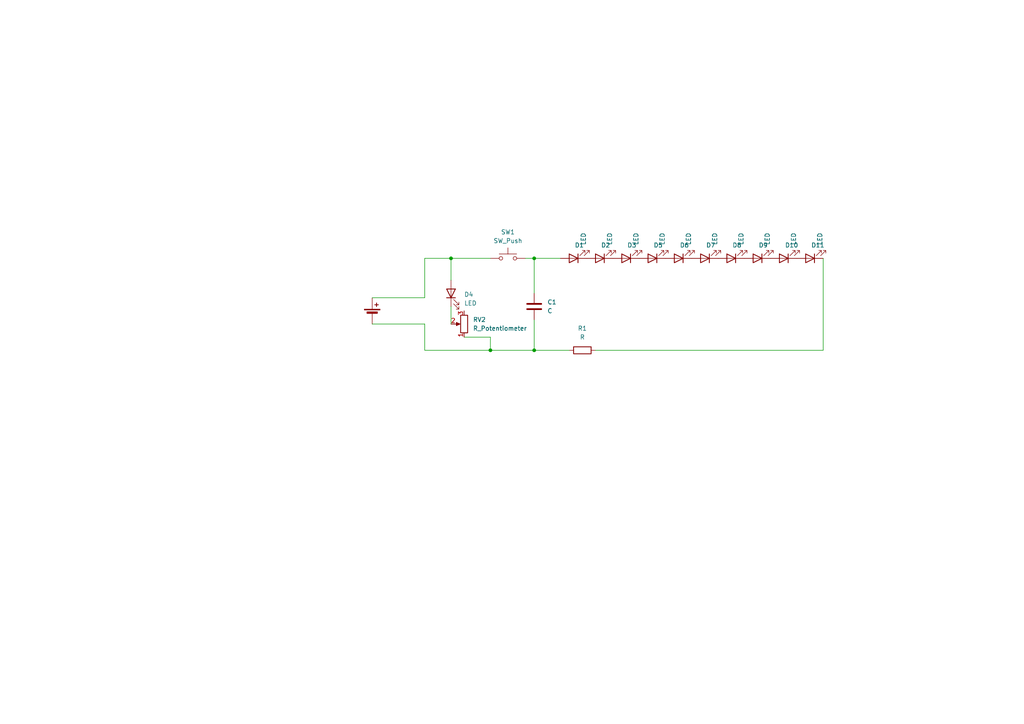
<source format=kicad_sch>
(kicad_sch
	(version 20250114)
	(generator "eeschema")
	(generator_version "9.0")
	(uuid "391ebee1-4319-49a6-b974-41465ffca26d")
	(paper "A4")
	(lib_symbols
		(symbol "Device:Battery_Cell"
			(pin_numbers
				(hide yes)
			)
			(pin_names
				(offset 0)
				(hide yes)
			)
			(exclude_from_sim no)
			(in_bom yes)
			(on_board yes)
			(property "Reference" "BT"
				(at 2.54 2.54 0)
				(effects
					(font
						(size 1.27 1.27)
					)
					(justify left)
				)
			)
			(property "Value" "Battery_Cell"
				(at 2.54 0 0)
				(effects
					(font
						(size 1.27 1.27)
					)
					(justify left)
				)
			)
			(property "Footprint" ""
				(at 0 1.524 90)
				(effects
					(font
						(size 1.27 1.27)
					)
					(hide yes)
				)
			)
			(property "Datasheet" "~"
				(at 0 1.524 90)
				(effects
					(font
						(size 1.27 1.27)
					)
					(hide yes)
				)
			)
			(property "Description" "Single-cell battery"
				(at 0 0 0)
				(effects
					(font
						(size 1.27 1.27)
					)
					(hide yes)
				)
			)
			(property "ki_keywords" "battery cell"
				(at 0 0 0)
				(effects
					(font
						(size 1.27 1.27)
					)
					(hide yes)
				)
			)
			(symbol "Battery_Cell_0_1"
				(rectangle
					(start -2.286 1.778)
					(end 2.286 1.524)
					(stroke
						(width 0)
						(type default)
					)
					(fill
						(type outline)
					)
				)
				(rectangle
					(start -1.524 1.016)
					(end 1.524 0.508)
					(stroke
						(width 0)
						(type default)
					)
					(fill
						(type outline)
					)
				)
				(polyline
					(pts
						(xy 0 1.778) (xy 0 2.54)
					)
					(stroke
						(width 0)
						(type default)
					)
					(fill
						(type none)
					)
				)
				(polyline
					(pts
						(xy 0 0.762) (xy 0 0)
					)
					(stroke
						(width 0)
						(type default)
					)
					(fill
						(type none)
					)
				)
				(polyline
					(pts
						(xy 0.762 3.048) (xy 1.778 3.048)
					)
					(stroke
						(width 0.254)
						(type default)
					)
					(fill
						(type none)
					)
				)
				(polyline
					(pts
						(xy 1.27 3.556) (xy 1.27 2.54)
					)
					(stroke
						(width 0.254)
						(type default)
					)
					(fill
						(type none)
					)
				)
			)
			(symbol "Battery_Cell_1_1"
				(pin passive line
					(at 0 5.08 270)
					(length 2.54)
					(name "+"
						(effects
							(font
								(size 1.27 1.27)
							)
						)
					)
					(number "1"
						(effects
							(font
								(size 1.27 1.27)
							)
						)
					)
				)
				(pin passive line
					(at 0 -2.54 90)
					(length 2.54)
					(name "-"
						(effects
							(font
								(size 1.27 1.27)
							)
						)
					)
					(number "2"
						(effects
							(font
								(size 1.27 1.27)
							)
						)
					)
				)
			)
			(embedded_fonts no)
		)
		(symbol "Device:C"
			(pin_numbers
				(hide yes)
			)
			(pin_names
				(offset 0.254)
			)
			(exclude_from_sim no)
			(in_bom yes)
			(on_board yes)
			(property "Reference" "C"
				(at 0.635 2.54 0)
				(effects
					(font
						(size 1.27 1.27)
					)
					(justify left)
				)
			)
			(property "Value" "C"
				(at 0.635 -2.54 0)
				(effects
					(font
						(size 1.27 1.27)
					)
					(justify left)
				)
			)
			(property "Footprint" ""
				(at 0.9652 -3.81 0)
				(effects
					(font
						(size 1.27 1.27)
					)
					(hide yes)
				)
			)
			(property "Datasheet" "~"
				(at 0 0 0)
				(effects
					(font
						(size 1.27 1.27)
					)
					(hide yes)
				)
			)
			(property "Description" "Unpolarized capacitor"
				(at 0 0 0)
				(effects
					(font
						(size 1.27 1.27)
					)
					(hide yes)
				)
			)
			(property "ki_keywords" "cap capacitor"
				(at 0 0 0)
				(effects
					(font
						(size 1.27 1.27)
					)
					(hide yes)
				)
			)
			(property "ki_fp_filters" "C_*"
				(at 0 0 0)
				(effects
					(font
						(size 1.27 1.27)
					)
					(hide yes)
				)
			)
			(symbol "C_0_1"
				(polyline
					(pts
						(xy -2.032 0.762) (xy 2.032 0.762)
					)
					(stroke
						(width 0.508)
						(type default)
					)
					(fill
						(type none)
					)
				)
				(polyline
					(pts
						(xy -2.032 -0.762) (xy 2.032 -0.762)
					)
					(stroke
						(width 0.508)
						(type default)
					)
					(fill
						(type none)
					)
				)
			)
			(symbol "C_1_1"
				(pin passive line
					(at 0 3.81 270)
					(length 2.794)
					(name "~"
						(effects
							(font
								(size 1.27 1.27)
							)
						)
					)
					(number "1"
						(effects
							(font
								(size 1.27 1.27)
							)
						)
					)
				)
				(pin passive line
					(at 0 -3.81 90)
					(length 2.794)
					(name "~"
						(effects
							(font
								(size 1.27 1.27)
							)
						)
					)
					(number "2"
						(effects
							(font
								(size 1.27 1.27)
							)
						)
					)
				)
			)
			(embedded_fonts no)
		)
		(symbol "Device:LED"
			(pin_numbers
				(hide yes)
			)
			(pin_names
				(offset 1.016)
				(hide yes)
			)
			(exclude_from_sim no)
			(in_bom yes)
			(on_board yes)
			(property "Reference" "D"
				(at 0 2.54 0)
				(effects
					(font
						(size 1.27 1.27)
					)
				)
			)
			(property "Value" "LED"
				(at 0 -2.54 0)
				(effects
					(font
						(size 1.27 1.27)
					)
				)
			)
			(property "Footprint" ""
				(at 0 0 0)
				(effects
					(font
						(size 1.27 1.27)
					)
					(hide yes)
				)
			)
			(property "Datasheet" "~"
				(at 0 0 0)
				(effects
					(font
						(size 1.27 1.27)
					)
					(hide yes)
				)
			)
			(property "Description" "Light emitting diode"
				(at 0 0 0)
				(effects
					(font
						(size 1.27 1.27)
					)
					(hide yes)
				)
			)
			(property "Sim.Pins" "1=K 2=A"
				(at 0 0 0)
				(effects
					(font
						(size 1.27 1.27)
					)
					(hide yes)
				)
			)
			(property "ki_keywords" "LED diode"
				(at 0 0 0)
				(effects
					(font
						(size 1.27 1.27)
					)
					(hide yes)
				)
			)
			(property "ki_fp_filters" "LED* LED_SMD:* LED_THT:*"
				(at 0 0 0)
				(effects
					(font
						(size 1.27 1.27)
					)
					(hide yes)
				)
			)
			(symbol "LED_0_1"
				(polyline
					(pts
						(xy -3.048 -0.762) (xy -4.572 -2.286) (xy -3.81 -2.286) (xy -4.572 -2.286) (xy -4.572 -1.524)
					)
					(stroke
						(width 0)
						(type default)
					)
					(fill
						(type none)
					)
				)
				(polyline
					(pts
						(xy -1.778 -0.762) (xy -3.302 -2.286) (xy -2.54 -2.286) (xy -3.302 -2.286) (xy -3.302 -1.524)
					)
					(stroke
						(width 0)
						(type default)
					)
					(fill
						(type none)
					)
				)
				(polyline
					(pts
						(xy -1.27 0) (xy 1.27 0)
					)
					(stroke
						(width 0)
						(type default)
					)
					(fill
						(type none)
					)
				)
				(polyline
					(pts
						(xy -1.27 -1.27) (xy -1.27 1.27)
					)
					(stroke
						(width 0.254)
						(type default)
					)
					(fill
						(type none)
					)
				)
				(polyline
					(pts
						(xy 1.27 -1.27) (xy 1.27 1.27) (xy -1.27 0) (xy 1.27 -1.27)
					)
					(stroke
						(width 0.254)
						(type default)
					)
					(fill
						(type none)
					)
				)
			)
			(symbol "LED_1_1"
				(pin passive line
					(at -3.81 0 0)
					(length 2.54)
					(name "K"
						(effects
							(font
								(size 1.27 1.27)
							)
						)
					)
					(number "1"
						(effects
							(font
								(size 1.27 1.27)
							)
						)
					)
				)
				(pin passive line
					(at 3.81 0 180)
					(length 2.54)
					(name "A"
						(effects
							(font
								(size 1.27 1.27)
							)
						)
					)
					(number "2"
						(effects
							(font
								(size 1.27 1.27)
							)
						)
					)
				)
			)
			(embedded_fonts no)
		)
		(symbol "Device:R"
			(pin_numbers
				(hide yes)
			)
			(pin_names
				(offset 0)
			)
			(exclude_from_sim no)
			(in_bom yes)
			(on_board yes)
			(property "Reference" "R"
				(at 2.032 0 90)
				(effects
					(font
						(size 1.27 1.27)
					)
				)
			)
			(property "Value" "R"
				(at 0 0 90)
				(effects
					(font
						(size 1.27 1.27)
					)
				)
			)
			(property "Footprint" ""
				(at -1.778 0 90)
				(effects
					(font
						(size 1.27 1.27)
					)
					(hide yes)
				)
			)
			(property "Datasheet" "~"
				(at 0 0 0)
				(effects
					(font
						(size 1.27 1.27)
					)
					(hide yes)
				)
			)
			(property "Description" "Resistor"
				(at 0 0 0)
				(effects
					(font
						(size 1.27 1.27)
					)
					(hide yes)
				)
			)
			(property "ki_keywords" "R res resistor"
				(at 0 0 0)
				(effects
					(font
						(size 1.27 1.27)
					)
					(hide yes)
				)
			)
			(property "ki_fp_filters" "R_*"
				(at 0 0 0)
				(effects
					(font
						(size 1.27 1.27)
					)
					(hide yes)
				)
			)
			(symbol "R_0_1"
				(rectangle
					(start -1.016 -2.54)
					(end 1.016 2.54)
					(stroke
						(width 0.254)
						(type default)
					)
					(fill
						(type none)
					)
				)
			)
			(symbol "R_1_1"
				(pin passive line
					(at 0 3.81 270)
					(length 1.27)
					(name "~"
						(effects
							(font
								(size 1.27 1.27)
							)
						)
					)
					(number "1"
						(effects
							(font
								(size 1.27 1.27)
							)
						)
					)
				)
				(pin passive line
					(at 0 -3.81 90)
					(length 1.27)
					(name "~"
						(effects
							(font
								(size 1.27 1.27)
							)
						)
					)
					(number "2"
						(effects
							(font
								(size 1.27 1.27)
							)
						)
					)
				)
			)
			(embedded_fonts no)
		)
		(symbol "Device:R_Potentiometer"
			(pin_names
				(offset 1.016)
				(hide yes)
			)
			(exclude_from_sim no)
			(in_bom yes)
			(on_board yes)
			(property "Reference" "RV"
				(at -4.445 0 90)
				(effects
					(font
						(size 1.27 1.27)
					)
				)
			)
			(property "Value" "R_Potentiometer"
				(at -2.54 0 90)
				(effects
					(font
						(size 1.27 1.27)
					)
				)
			)
			(property "Footprint" ""
				(at 0 0 0)
				(effects
					(font
						(size 1.27 1.27)
					)
					(hide yes)
				)
			)
			(property "Datasheet" "~"
				(at 0 0 0)
				(effects
					(font
						(size 1.27 1.27)
					)
					(hide yes)
				)
			)
			(property "Description" "Potentiometer"
				(at 0 0 0)
				(effects
					(font
						(size 1.27 1.27)
					)
					(hide yes)
				)
			)
			(property "ki_keywords" "resistor variable"
				(at 0 0 0)
				(effects
					(font
						(size 1.27 1.27)
					)
					(hide yes)
				)
			)
			(property "ki_fp_filters" "Potentiometer*"
				(at 0 0 0)
				(effects
					(font
						(size 1.27 1.27)
					)
					(hide yes)
				)
			)
			(symbol "R_Potentiometer_0_1"
				(rectangle
					(start 1.016 2.54)
					(end -1.016 -2.54)
					(stroke
						(width 0.254)
						(type default)
					)
					(fill
						(type none)
					)
				)
				(polyline
					(pts
						(xy 1.143 0) (xy 2.286 0.508) (xy 2.286 -0.508) (xy 1.143 0)
					)
					(stroke
						(width 0)
						(type default)
					)
					(fill
						(type outline)
					)
				)
				(polyline
					(pts
						(xy 2.54 0) (xy 1.524 0)
					)
					(stroke
						(width 0)
						(type default)
					)
					(fill
						(type none)
					)
				)
			)
			(symbol "R_Potentiometer_1_1"
				(pin passive line
					(at 0 3.81 270)
					(length 1.27)
					(name "1"
						(effects
							(font
								(size 1.27 1.27)
							)
						)
					)
					(number "1"
						(effects
							(font
								(size 1.27 1.27)
							)
						)
					)
				)
				(pin passive line
					(at 0 -3.81 90)
					(length 1.27)
					(name "3"
						(effects
							(font
								(size 1.27 1.27)
							)
						)
					)
					(number "3"
						(effects
							(font
								(size 1.27 1.27)
							)
						)
					)
				)
				(pin passive line
					(at 3.81 0 180)
					(length 1.27)
					(name "2"
						(effects
							(font
								(size 1.27 1.27)
							)
						)
					)
					(number "2"
						(effects
							(font
								(size 1.27 1.27)
							)
						)
					)
				)
			)
			(embedded_fonts no)
		)
		(symbol "Switch:SW_Push"
			(pin_numbers
				(hide yes)
			)
			(pin_names
				(offset 1.016)
				(hide yes)
			)
			(exclude_from_sim no)
			(in_bom yes)
			(on_board yes)
			(property "Reference" "SW"
				(at 1.27 2.54 0)
				(effects
					(font
						(size 1.27 1.27)
					)
					(justify left)
				)
			)
			(property "Value" "SW_Push"
				(at 0 -1.524 0)
				(effects
					(font
						(size 1.27 1.27)
					)
				)
			)
			(property "Footprint" ""
				(at 0 5.08 0)
				(effects
					(font
						(size 1.27 1.27)
					)
					(hide yes)
				)
			)
			(property "Datasheet" "~"
				(at 0 5.08 0)
				(effects
					(font
						(size 1.27 1.27)
					)
					(hide yes)
				)
			)
			(property "Description" "Push button switch, generic, two pins"
				(at 0 0 0)
				(effects
					(font
						(size 1.27 1.27)
					)
					(hide yes)
				)
			)
			(property "ki_keywords" "switch normally-open pushbutton push-button"
				(at 0 0 0)
				(effects
					(font
						(size 1.27 1.27)
					)
					(hide yes)
				)
			)
			(symbol "SW_Push_0_1"
				(circle
					(center -2.032 0)
					(radius 0.508)
					(stroke
						(width 0)
						(type default)
					)
					(fill
						(type none)
					)
				)
				(polyline
					(pts
						(xy 0 1.27) (xy 0 3.048)
					)
					(stroke
						(width 0)
						(type default)
					)
					(fill
						(type none)
					)
				)
				(circle
					(center 2.032 0)
					(radius 0.508)
					(stroke
						(width 0)
						(type default)
					)
					(fill
						(type none)
					)
				)
				(polyline
					(pts
						(xy 2.54 1.27) (xy -2.54 1.27)
					)
					(stroke
						(width 0)
						(type default)
					)
					(fill
						(type none)
					)
				)
				(pin passive line
					(at -5.08 0 0)
					(length 2.54)
					(name "1"
						(effects
							(font
								(size 1.27 1.27)
							)
						)
					)
					(number "1"
						(effects
							(font
								(size 1.27 1.27)
							)
						)
					)
				)
				(pin passive line
					(at 5.08 0 180)
					(length 2.54)
					(name "2"
						(effects
							(font
								(size 1.27 1.27)
							)
						)
					)
					(number "2"
						(effects
							(font
								(size 1.27 1.27)
							)
						)
					)
				)
			)
			(embedded_fonts no)
		)
	)
	(junction
		(at 154.94 101.6)
		(diameter 0)
		(color 0 0 0 0)
		(uuid "481fa7ad-9918-4d06-b0ef-3f6ffe699334")
	)
	(junction
		(at 130.81 74.93)
		(diameter 0)
		(color 0 0 0 0)
		(uuid "84babb9b-06d5-41d7-a24f-99c7f53c35dc")
	)
	(junction
		(at 142.24 101.6)
		(diameter 0)
		(color 0 0 0 0)
		(uuid "c7a23d16-aa98-4c7c-b764-c6b121367ade")
	)
	(junction
		(at 154.94 74.93)
		(diameter 0)
		(color 0 0 0 0)
		(uuid "ef199d80-37ed-4ce8-b77c-c847b7bb4df6")
	)
	(wire
		(pts
			(xy 130.81 88.9) (xy 130.81 93.98)
		)
		(stroke
			(width 0)
			(type default)
		)
		(uuid "2b786571-33de-4a41-ac22-7848e5b5ac4c")
	)
	(wire
		(pts
			(xy 154.94 92.71) (xy 154.94 101.6)
		)
		(stroke
			(width 0)
			(type default)
		)
		(uuid "2cab2a5c-9a6c-4bee-9a47-6ee87c301048")
	)
	(wire
		(pts
			(xy 107.95 86.36) (xy 123.19 86.36)
		)
		(stroke
			(width 0)
			(type default)
		)
		(uuid "2f1a66dc-71a7-44d8-8616-e42841d033da")
	)
	(wire
		(pts
			(xy 142.24 101.6) (xy 123.19 101.6)
		)
		(stroke
			(width 0)
			(type default)
		)
		(uuid "3578a25e-f080-4a66-9455-6798890fb764")
	)
	(wire
		(pts
			(xy 107.95 93.98) (xy 123.19 93.98)
		)
		(stroke
			(width 0)
			(type default)
		)
		(uuid "35fea39d-6140-47b6-b037-c0e8e454b33d")
	)
	(wire
		(pts
			(xy 172.72 101.6) (xy 238.76 101.6)
		)
		(stroke
			(width 0)
			(type default)
		)
		(uuid "418d27bc-3261-4c57-8b9e-d42567921e61")
	)
	(wire
		(pts
			(xy 238.76 101.6) (xy 238.76 74.93)
		)
		(stroke
			(width 0)
			(type default)
		)
		(uuid "47ccd726-fd8c-4fff-a5e7-025faee8b344")
	)
	(wire
		(pts
			(xy 152.4 74.93) (xy 154.94 74.93)
		)
		(stroke
			(width 0)
			(type default)
		)
		(uuid "501ab121-c9e3-4c63-aefb-5ab3e775a0ea")
	)
	(wire
		(pts
			(xy 123.19 74.93) (xy 123.19 86.36)
		)
		(stroke
			(width 0)
			(type default)
		)
		(uuid "7dafead7-e027-4dd9-9165-f0b5cbfb9541")
	)
	(wire
		(pts
			(xy 154.94 74.93) (xy 162.56 74.93)
		)
		(stroke
			(width 0)
			(type default)
		)
		(uuid "84eb9d1a-5326-416a-bf3b-363741aeb1f0")
	)
	(wire
		(pts
			(xy 142.24 97.79) (xy 134.62 97.79)
		)
		(stroke
			(width 0)
			(type default)
		)
		(uuid "9bc159f6-4869-4ee9-b232-d99885d013e2")
	)
	(wire
		(pts
			(xy 123.19 74.93) (xy 130.81 74.93)
		)
		(stroke
			(width 0)
			(type default)
		)
		(uuid "b0dee580-c89d-4fb4-9528-c5a65495d088")
	)
	(wire
		(pts
			(xy 123.19 101.6) (xy 123.19 93.98)
		)
		(stroke
			(width 0)
			(type default)
		)
		(uuid "c407bec0-0d29-424c-9d56-183338eb522a")
	)
	(wire
		(pts
			(xy 154.94 101.6) (xy 142.24 101.6)
		)
		(stroke
			(width 0)
			(type default)
		)
		(uuid "c58392fd-1270-409a-b609-6e8c0484bb6d")
	)
	(wire
		(pts
			(xy 154.94 85.09) (xy 154.94 74.93)
		)
		(stroke
			(width 0)
			(type default)
		)
		(uuid "d2a997f7-e793-4d54-bd86-ed63d603b09c")
	)
	(wire
		(pts
			(xy 130.81 74.93) (xy 130.81 81.28)
		)
		(stroke
			(width 0)
			(type default)
		)
		(uuid "d2f6e5f1-f9ab-4ef2-ac39-4c27228c54c3")
	)
	(wire
		(pts
			(xy 130.81 74.93) (xy 142.24 74.93)
		)
		(stroke
			(width 0)
			(type default)
		)
		(uuid "dbe806d1-b9dc-469a-99c0-2b52bcb0cef3")
	)
	(wire
		(pts
			(xy 165.1 101.6) (xy 154.94 101.6)
		)
		(stroke
			(width 0)
			(type default)
		)
		(uuid "fc9e7f59-ce2e-4f7c-910c-04a044e3984e")
	)
	(wire
		(pts
			(xy 142.24 97.79) (xy 142.24 101.6)
		)
		(stroke
			(width 0)
			(type default)
		)
		(uuid "fdb78ac2-6958-4fc2-b624-5a7627a968af")
	)
	(symbol
		(lib_id "Device:Battery_Cell")
		(at 107.95 91.44 0)
		(unit 1)
		(exclude_from_sim no)
		(in_bom yes)
		(on_board yes)
		(dnp no)
		(uuid "035b1769-6a83-4c92-afb3-f1c1c6fa3827")
		(property "Reference" "BT1"
			(at 111.76 88.3284 0)
			(effects
				(font
					(size 1.27 1.27)
				)
				(justify left)
				(hide yes)
			)
		)
		(property "Value" "Battery_Cell"
			(at 113.538 96.774 0)
			(effects
				(font
					(size 1.27 1.27)
				)
				(justify left)
				(hide yes)
			)
		)
		(property "Footprint" "Battery:BatteryHolder_Keystone_3034_1x20mm"
			(at 107.95 89.916 90)
			(effects
				(font
					(size 1.27 1.27)
				)
				(hide yes)
			)
		)
		(property "Datasheet" "~"
			(at 107.95 89.916 90)
			(effects
				(font
					(size 1.27 1.27)
				)
				(hide yes)
			)
		)
		(property "Description" "Single-cell battery"
			(at 107.95 91.44 0)
			(effects
				(font
					(size 1.27 1.27)
				)
				(hide yes)
			)
		)
		(pin "2"
			(uuid "818f2478-f7c4-4280-9926-433585dfc3fd")
		)
		(pin "1"
			(uuid "46ea19ae-bd00-48ba-afae-2ed89688cbba")
		)
		(instances
			(project ""
				(path "/391ebee1-4319-49a6-b974-41465ffca26d"
					(reference "BT1")
					(unit 1)
				)
			)
		)
	)
	(symbol
		(lib_id "Device:LED")
		(at 173.99 74.93 180)
		(unit 1)
		(exclude_from_sim no)
		(in_bom yes)
		(on_board yes)
		(dnp no)
		(uuid "25b29ae4-b4ef-4a65-918d-7d9e761b741e")
		(property "Reference" "D2"
			(at 174.3074 71.12 0)
			(effects
				(font
					(size 1.27 1.27)
				)
				(justify right)
			)
		)
		(property "Value" "LED"
			(at 176.8474 71.12 90)
			(effects
				(font
					(size 1.27 1.27)
				)
				(justify right)
			)
		)
		(property "Footprint" "LED_THT:LED_D5.0mm"
			(at 173.99 74.93 0)
			(effects
				(font
					(size 1.27 1.27)
				)
				(hide yes)
			)
		)
		(property "Datasheet" "~"
			(at 173.99 74.93 0)
			(effects
				(font
					(size 1.27 1.27)
				)
				(hide yes)
			)
		)
		(property "Description" "Light emitting diode"
			(at 173.99 74.93 0)
			(effects
				(font
					(size 1.27 1.27)
				)
				(hide yes)
			)
		)
		(property "Sim.Pins" "1=K 2=A"
			(at 173.99 74.93 0)
			(effects
				(font
					(size 1.27 1.27)
				)
				(hide yes)
			)
		)
		(pin "1"
			(uuid "e2f72ea3-2623-4373-9b32-a1256687f2c2")
		)
		(pin "2"
			(uuid "2ab8cdd8-b1e2-4169-a16a-02bb121c19ca")
		)
		(instances
			(project "project-solder"
				(path "/391ebee1-4319-49a6-b974-41465ffca26d"
					(reference "D2")
					(unit 1)
				)
			)
		)
	)
	(symbol
		(lib_id "Device:R_Potentiometer")
		(at 134.62 93.98 180)
		(unit 1)
		(exclude_from_sim no)
		(in_bom yes)
		(on_board yes)
		(dnp no)
		(fields_autoplaced yes)
		(uuid "2ef3471e-9a12-4227-b6b0-a31422dd47d7")
		(property "Reference" "RV2"
			(at 137.16 92.7099 0)
			(effects
				(font
					(size 1.27 1.27)
				)
				(justify right)
			)
		)
		(property "Value" "R_Potentiometer"
			(at 137.16 95.2499 0)
			(effects
				(font
					(size 1.27 1.27)
				)
				(justify right)
			)
		)
		(property "Footprint" "Potentiometer_THT:Potentiometer_Vishay_T73YP_Vertical"
			(at 134.62 93.98 0)
			(effects
				(font
					(size 1.27 1.27)
				)
				(hide yes)
			)
		)
		(property "Datasheet" "~"
			(at 134.62 93.98 0)
			(effects
				(font
					(size 1.27 1.27)
				)
				(hide yes)
			)
		)
		(property "Description" "Potentiometer"
			(at 134.62 93.98 0)
			(effects
				(font
					(size 1.27 1.27)
				)
				(hide yes)
			)
		)
		(pin "1"
			(uuid "a42890a4-a693-40cc-adab-93fd6e3c4418")
		)
		(pin "2"
			(uuid "538bf546-da30-4898-b37c-24dbd04c22b7")
		)
		(pin "3"
			(uuid "2db4ff44-4ccb-407f-9a54-1212c603e12f")
		)
		(instances
			(project "project-solder"
				(path "/391ebee1-4319-49a6-b974-41465ffca26d"
					(reference "RV2")
					(unit 1)
				)
			)
		)
	)
	(symbol
		(lib_id "Device:C")
		(at 154.94 88.9 0)
		(unit 1)
		(exclude_from_sim no)
		(in_bom yes)
		(on_board yes)
		(dnp no)
		(fields_autoplaced yes)
		(uuid "3dddd4ad-fc2e-4dd5-af1f-49ff2fab831c")
		(property "Reference" "C1"
			(at 158.75 87.6299 0)
			(effects
				(font
					(size 1.27 1.27)
				)
				(justify left)
			)
		)
		(property "Value" "C"
			(at 158.75 90.1699 0)
			(effects
				(font
					(size 1.27 1.27)
				)
				(justify left)
			)
		)
		(property "Footprint" "Capacitor_THT:CP_Radial_D8.0mm_P5.00mm"
			(at 155.9052 92.71 0)
			(effects
				(font
					(size 1.27 1.27)
				)
				(hide yes)
			)
		)
		(property "Datasheet" "~"
			(at 154.94 88.9 0)
			(effects
				(font
					(size 1.27 1.27)
				)
				(hide yes)
			)
		)
		(property "Description" "Unpolarized capacitor"
			(at 154.94 88.9 0)
			(effects
				(font
					(size 1.27 1.27)
				)
				(hide yes)
			)
		)
		(pin "2"
			(uuid "e3390406-484e-42b6-bb8b-9d9a1de3f2e8")
		)
		(pin "1"
			(uuid "edc2c8d6-91e3-4ff9-8ebd-c9336c436770")
		)
		(instances
			(project ""
				(path "/391ebee1-4319-49a6-b974-41465ffca26d"
					(reference "C1")
					(unit 1)
				)
			)
		)
	)
	(symbol
		(lib_id "Device:LED")
		(at 130.81 85.09 90)
		(unit 1)
		(exclude_from_sim no)
		(in_bom yes)
		(on_board yes)
		(dnp no)
		(fields_autoplaced yes)
		(uuid "7179bf79-611a-42e0-b012-60fd6bc1177b")
		(property "Reference" "D4"
			(at 134.62 85.4074 90)
			(effects
				(font
					(size 1.27 1.27)
				)
				(justify right)
			)
		)
		(property "Value" "LED"
			(at 134.62 87.9474 90)
			(effects
				(font
					(size 1.27 1.27)
				)
				(justify right)
			)
		)
		(property "Footprint" "LED_THT:LED_D5.0mm"
			(at 130.81 85.09 0)
			(effects
				(font
					(size 1.27 1.27)
				)
				(hide yes)
			)
		)
		(property "Datasheet" "~"
			(at 130.81 85.09 0)
			(effects
				(font
					(size 1.27 1.27)
				)
				(hide yes)
			)
		)
		(property "Description" "Light emitting diode"
			(at 130.81 85.09 0)
			(effects
				(font
					(size 1.27 1.27)
				)
				(hide yes)
			)
		)
		(property "Sim.Pins" "1=K 2=A"
			(at 130.81 85.09 0)
			(effects
				(font
					(size 1.27 1.27)
				)
				(hide yes)
			)
		)
		(pin "1"
			(uuid "ae8585c6-d660-4ee5-ba6d-e8902ef671ae")
		)
		(pin "2"
			(uuid "0defd30e-25c0-4526-8e82-9d1e71b9a725")
		)
		(instances
			(project ""
				(path "/391ebee1-4319-49a6-b974-41465ffca26d"
					(reference "D4")
					(unit 1)
				)
			)
		)
	)
	(symbol
		(lib_id "Device:LED")
		(at 219.71 74.93 180)
		(unit 1)
		(exclude_from_sim no)
		(in_bom yes)
		(on_board yes)
		(dnp no)
		(uuid "7f550d8f-94fd-45f0-bc59-994d7c465bdb")
		(property "Reference" "D9"
			(at 220.0274 71.12 0)
			(effects
				(font
					(size 1.27 1.27)
				)
				(justify right)
			)
		)
		(property "Value" "LED"
			(at 222.5674 71.12 90)
			(effects
				(font
					(size 1.27 1.27)
				)
				(justify right)
			)
		)
		(property "Footprint" "LED_THT:LED_D5.0mm"
			(at 219.71 74.93 0)
			(effects
				(font
					(size 1.27 1.27)
				)
				(hide yes)
			)
		)
		(property "Datasheet" "~"
			(at 219.71 74.93 0)
			(effects
				(font
					(size 1.27 1.27)
				)
				(hide yes)
			)
		)
		(property "Description" "Light emitting diode"
			(at 219.71 74.93 0)
			(effects
				(font
					(size 1.27 1.27)
				)
				(hide yes)
			)
		)
		(property "Sim.Pins" "1=K 2=A"
			(at 219.71 74.93 0)
			(effects
				(font
					(size 1.27 1.27)
				)
				(hide yes)
			)
		)
		(pin "1"
			(uuid "aea085ca-ea3f-479f-975c-1962425068f7")
		)
		(pin "2"
			(uuid "0dc538a7-37cc-4707-86aa-363d9250226f")
		)
		(instances
			(project "project-solder"
				(path "/391ebee1-4319-49a6-b974-41465ffca26d"
					(reference "D9")
					(unit 1)
				)
			)
		)
	)
	(symbol
		(lib_id "Device:LED")
		(at 196.85 74.93 180)
		(unit 1)
		(exclude_from_sim no)
		(in_bom yes)
		(on_board yes)
		(dnp no)
		(uuid "83c7577a-4210-4b2a-890f-293f4eba4312")
		(property "Reference" "D6"
			(at 197.1674 71.12 0)
			(effects
				(font
					(size 1.27 1.27)
				)
				(justify right)
			)
		)
		(property "Value" "LED"
			(at 199.7074 71.12 90)
			(effects
				(font
					(size 1.27 1.27)
				)
				(justify right)
			)
		)
		(property "Footprint" "LED_THT:LED_D5.0mm"
			(at 196.85 74.93 0)
			(effects
				(font
					(size 1.27 1.27)
				)
				(hide yes)
			)
		)
		(property "Datasheet" "~"
			(at 196.85 74.93 0)
			(effects
				(font
					(size 1.27 1.27)
				)
				(hide yes)
			)
		)
		(property "Description" "Light emitting diode"
			(at 196.85 74.93 0)
			(effects
				(font
					(size 1.27 1.27)
				)
				(hide yes)
			)
		)
		(property "Sim.Pins" "1=K 2=A"
			(at 196.85 74.93 0)
			(effects
				(font
					(size 1.27 1.27)
				)
				(hide yes)
			)
		)
		(pin "1"
			(uuid "27f3568c-0d38-4d6b-966f-5b797f2f400c")
		)
		(pin "2"
			(uuid "fd79ddb4-d075-4eb8-b35e-4ba73fd7fcb3")
		)
		(instances
			(project "project-solder"
				(path "/391ebee1-4319-49a6-b974-41465ffca26d"
					(reference "D6")
					(unit 1)
				)
			)
		)
	)
	(symbol
		(lib_id "Device:LED")
		(at 227.33 74.93 180)
		(unit 1)
		(exclude_from_sim no)
		(in_bom yes)
		(on_board yes)
		(dnp no)
		(uuid "922ebaeb-2ae0-419a-af45-da2095f0c6b6")
		(property "Reference" "D10"
			(at 227.6474 71.12 0)
			(effects
				(font
					(size 1.27 1.27)
				)
				(justify right)
			)
		)
		(property "Value" "LED"
			(at 230.1874 71.12 90)
			(effects
				(font
					(size 1.27 1.27)
				)
				(justify right)
			)
		)
		(property "Footprint" "LED_THT:LED_D5.0mm"
			(at 227.33 74.93 0)
			(effects
				(font
					(size 1.27 1.27)
				)
				(hide yes)
			)
		)
		(property "Datasheet" "~"
			(at 227.33 74.93 0)
			(effects
				(font
					(size 1.27 1.27)
				)
				(hide yes)
			)
		)
		(property "Description" "Light emitting diode"
			(at 227.33 74.93 0)
			(effects
				(font
					(size 1.27 1.27)
				)
				(hide yes)
			)
		)
		(property "Sim.Pins" "1=K 2=A"
			(at 227.33 74.93 0)
			(effects
				(font
					(size 1.27 1.27)
				)
				(hide yes)
			)
		)
		(pin "1"
			(uuid "2fe9a93f-76f2-4e52-96d5-4b29c764ca53")
		)
		(pin "2"
			(uuid "85a32cd1-2648-46f6-a3a3-2b174470b6fd")
		)
		(instances
			(project "project-solder"
				(path "/391ebee1-4319-49a6-b974-41465ffca26d"
					(reference "D10")
					(unit 1)
				)
			)
		)
	)
	(symbol
		(lib_id "Device:LED")
		(at 212.09 74.93 180)
		(unit 1)
		(exclude_from_sim no)
		(in_bom yes)
		(on_board yes)
		(dnp no)
		(uuid "a2559cd3-eedf-42ec-b885-b928f38e52f5")
		(property "Reference" "D8"
			(at 212.4074 71.12 0)
			(effects
				(font
					(size 1.27 1.27)
				)
				(justify right)
			)
		)
		(property "Value" "LED"
			(at 214.9474 71.12 90)
			(effects
				(font
					(size 1.27 1.27)
				)
				(justify right)
			)
		)
		(property "Footprint" "LED_THT:LED_D5.0mm"
			(at 212.09 74.93 0)
			(effects
				(font
					(size 1.27 1.27)
				)
				(hide yes)
			)
		)
		(property "Datasheet" "~"
			(at 212.09 74.93 0)
			(effects
				(font
					(size 1.27 1.27)
				)
				(hide yes)
			)
		)
		(property "Description" "Light emitting diode"
			(at 212.09 74.93 0)
			(effects
				(font
					(size 1.27 1.27)
				)
				(hide yes)
			)
		)
		(property "Sim.Pins" "1=K 2=A"
			(at 212.09 74.93 0)
			(effects
				(font
					(size 1.27 1.27)
				)
				(hide yes)
			)
		)
		(pin "1"
			(uuid "79fc8233-0dde-4fb9-a854-02ce3a4fdb7e")
		)
		(pin "2"
			(uuid "16ce2897-9920-4620-b6d1-feced4f1253b")
		)
		(instances
			(project "project-solder"
				(path "/391ebee1-4319-49a6-b974-41465ffca26d"
					(reference "D8")
					(unit 1)
				)
			)
		)
	)
	(symbol
		(lib_id "Switch:SW_Push")
		(at 147.32 74.93 0)
		(unit 1)
		(exclude_from_sim no)
		(in_bom yes)
		(on_board yes)
		(dnp no)
		(fields_autoplaced yes)
		(uuid "ae291c2e-ed6f-451f-98ad-a66b1dfefd66")
		(property "Reference" "SW1"
			(at 147.32 67.31 0)
			(effects
				(font
					(size 1.27 1.27)
				)
			)
		)
		(property "Value" "SW_Push"
			(at 147.32 69.85 0)
			(effects
				(font
					(size 1.27 1.27)
				)
			)
		)
		(property "Footprint" "Button_Switch_THT:SW_PUSH_6mm"
			(at 147.32 69.85 0)
			(effects
				(font
					(size 1.27 1.27)
				)
				(hide yes)
			)
		)
		(property "Datasheet" "~"
			(at 147.32 69.85 0)
			(effects
				(font
					(size 1.27 1.27)
				)
				(hide yes)
			)
		)
		(property "Description" "Push button switch, generic, two pins"
			(at 147.32 74.93 0)
			(effects
				(font
					(size 1.27 1.27)
				)
				(hide yes)
			)
		)
		(pin "1"
			(uuid "f7d7fe69-fe49-48d5-ae34-a2ca262ade7b")
		)
		(pin "2"
			(uuid "89cb15b2-a62b-499a-beea-960a422b6a4c")
		)
		(instances
			(project ""
				(path "/391ebee1-4319-49a6-b974-41465ffca26d"
					(reference "SW1")
					(unit 1)
				)
			)
		)
	)
	(symbol
		(lib_id "Device:LED")
		(at 189.23 74.93 180)
		(unit 1)
		(exclude_from_sim no)
		(in_bom yes)
		(on_board yes)
		(dnp no)
		(uuid "d9f724ec-8570-4088-9d19-14e60056f792")
		(property "Reference" "D5"
			(at 189.5474 71.12 0)
			(effects
				(font
					(size 1.27 1.27)
				)
				(justify right)
			)
		)
		(property "Value" "LED"
			(at 192.0874 71.12 90)
			(effects
				(font
					(size 1.27 1.27)
				)
				(justify right)
			)
		)
		(property "Footprint" "LED_THT:LED_D5.0mm"
			(at 189.23 74.93 0)
			(effects
				(font
					(size 1.27 1.27)
				)
				(hide yes)
			)
		)
		(property "Datasheet" "~"
			(at 189.23 74.93 0)
			(effects
				(font
					(size 1.27 1.27)
				)
				(hide yes)
			)
		)
		(property "Description" "Light emitting diode"
			(at 189.23 74.93 0)
			(effects
				(font
					(size 1.27 1.27)
				)
				(hide yes)
			)
		)
		(property "Sim.Pins" "1=K 2=A"
			(at 189.23 74.93 0)
			(effects
				(font
					(size 1.27 1.27)
				)
				(hide yes)
			)
		)
		(pin "1"
			(uuid "d78443db-76f9-4bd4-81ff-a348b7ff4e04")
		)
		(pin "2"
			(uuid "8b6f1403-85a5-4374-a3d2-361a2e6b8a4f")
		)
		(instances
			(project "project-solder"
				(path "/391ebee1-4319-49a6-b974-41465ffca26d"
					(reference "D5")
					(unit 1)
				)
			)
		)
	)
	(symbol
		(lib_id "Device:LED")
		(at 166.37 74.93 180)
		(unit 1)
		(exclude_from_sim no)
		(in_bom yes)
		(on_board yes)
		(dnp no)
		(uuid "da6ef884-05d1-4571-a14c-32241bf9f08d")
		(property "Reference" "D1"
			(at 166.6874 71.12 0)
			(effects
				(font
					(size 1.27 1.27)
				)
				(justify right)
			)
		)
		(property "Value" "LED"
			(at 169.2274 71.12 90)
			(effects
				(font
					(size 1.27 1.27)
				)
				(justify right)
			)
		)
		(property "Footprint" "LED_THT:LED_D5.0mm"
			(at 166.37 74.93 0)
			(effects
				(font
					(size 1.27 1.27)
				)
				(hide yes)
			)
		)
		(property "Datasheet" "~"
			(at 166.37 74.93 0)
			(effects
				(font
					(size 1.27 1.27)
				)
				(hide yes)
			)
		)
		(property "Description" "Light emitting diode"
			(at 166.37 74.93 0)
			(effects
				(font
					(size 1.27 1.27)
				)
				(hide yes)
			)
		)
		(property "Sim.Pins" "1=K 2=A"
			(at 166.37 74.93 0)
			(effects
				(font
					(size 1.27 1.27)
				)
				(hide yes)
			)
		)
		(pin "1"
			(uuid "b53dd66b-2f14-46ab-b027-717c32aadd01")
		)
		(pin "2"
			(uuid "68ef61d5-96fa-4e0d-b7dd-e019e3056431")
		)
		(instances
			(project ""
				(path "/391ebee1-4319-49a6-b974-41465ffca26d"
					(reference "D1")
					(unit 1)
				)
			)
		)
	)
	(symbol
		(lib_id "Device:R")
		(at 168.91 101.6 270)
		(unit 1)
		(exclude_from_sim no)
		(in_bom yes)
		(on_board yes)
		(dnp no)
		(fields_autoplaced yes)
		(uuid "e7c70b19-190a-4fdd-95c1-12b889963816")
		(property "Reference" "R1"
			(at 168.91 95.25 90)
			(effects
				(font
					(size 1.27 1.27)
				)
			)
		)
		(property "Value" "R"
			(at 168.91 97.79 90)
			(effects
				(font
					(size 1.27 1.27)
				)
			)
		)
		(property "Footprint" "Resistor_THT:R_Axial_DIN0207_L6.3mm_D2.5mm_P7.62mm_Horizontal"
			(at 168.91 99.822 90)
			(effects
				(font
					(size 1.27 1.27)
				)
				(hide yes)
			)
		)
		(property "Datasheet" "~"
			(at 168.91 101.6 0)
			(effects
				(font
					(size 1.27 1.27)
				)
				(hide yes)
			)
		)
		(property "Description" "Resistor"
			(at 168.91 101.6 0)
			(effects
				(font
					(size 1.27 1.27)
				)
				(hide yes)
			)
		)
		(pin "1"
			(uuid "5c057219-ff1d-478e-8508-aa952fe2e88b")
		)
		(pin "2"
			(uuid "49239af1-60a5-4237-8954-9d70806a2a81")
		)
		(instances
			(project ""
				(path "/391ebee1-4319-49a6-b974-41465ffca26d"
					(reference "R1")
					(unit 1)
				)
			)
		)
	)
	(symbol
		(lib_id "Device:LED")
		(at 234.95 74.93 180)
		(unit 1)
		(exclude_from_sim no)
		(in_bom yes)
		(on_board yes)
		(dnp no)
		(uuid "e8958b3b-eecc-4a83-835f-9135977552d8")
		(property "Reference" "D11"
			(at 235.2674 71.12 0)
			(effects
				(font
					(size 1.27 1.27)
				)
				(justify right)
			)
		)
		(property "Value" "LED"
			(at 237.8074 71.12 90)
			(effects
				(font
					(size 1.27 1.27)
				)
				(justify right)
			)
		)
		(property "Footprint" "LED_THT:LED_D5.0mm"
			(at 234.95 74.93 0)
			(effects
				(font
					(size 1.27 1.27)
				)
				(hide yes)
			)
		)
		(property "Datasheet" "~"
			(at 234.95 74.93 0)
			(effects
				(font
					(size 1.27 1.27)
				)
				(hide yes)
			)
		)
		(property "Description" "Light emitting diode"
			(at 234.95 74.93 0)
			(effects
				(font
					(size 1.27 1.27)
				)
				(hide yes)
			)
		)
		(property "Sim.Pins" "1=K 2=A"
			(at 234.95 74.93 0)
			(effects
				(font
					(size 1.27 1.27)
				)
				(hide yes)
			)
		)
		(pin "1"
			(uuid "1df9eab2-afa3-4496-aae9-3f30bc2e26f3")
		)
		(pin "2"
			(uuid "9a33c58b-351a-4422-986d-b1d0cc859a15")
		)
		(instances
			(project "project-solder"
				(path "/391ebee1-4319-49a6-b974-41465ffca26d"
					(reference "D11")
					(unit 1)
				)
			)
		)
	)
	(symbol
		(lib_id "Device:LED")
		(at 181.61 74.93 180)
		(unit 1)
		(exclude_from_sim no)
		(in_bom yes)
		(on_board yes)
		(dnp no)
		(uuid "ee5544e9-577c-4474-aafd-7e8e63f1fc69")
		(property "Reference" "D3"
			(at 181.9274 71.12 0)
			(effects
				(font
					(size 1.27 1.27)
				)
				(justify right)
			)
		)
		(property "Value" "LED"
			(at 184.4674 71.12 90)
			(effects
				(font
					(size 1.27 1.27)
				)
				(justify right)
			)
		)
		(property "Footprint" "LED_THT:LED_D5.0mm"
			(at 181.61 74.93 0)
			(effects
				(font
					(size 1.27 1.27)
				)
				(hide yes)
			)
		)
		(property "Datasheet" "~"
			(at 181.61 74.93 0)
			(effects
				(font
					(size 1.27 1.27)
				)
				(hide yes)
			)
		)
		(property "Description" "Light emitting diode"
			(at 181.61 74.93 0)
			(effects
				(font
					(size 1.27 1.27)
				)
				(hide yes)
			)
		)
		(property "Sim.Pins" "1=K 2=A"
			(at 181.61 74.93 0)
			(effects
				(font
					(size 1.27 1.27)
				)
				(hide yes)
			)
		)
		(pin "1"
			(uuid "09177045-fedc-4174-8804-10aab4d7d867")
		)
		(pin "2"
			(uuid "48de08a0-995f-417d-bb99-176333aa6948")
		)
		(instances
			(project "project-solder"
				(path "/391ebee1-4319-49a6-b974-41465ffca26d"
					(reference "D3")
					(unit 1)
				)
			)
		)
	)
	(symbol
		(lib_id "Device:LED")
		(at 204.47 74.93 180)
		(unit 1)
		(exclude_from_sim no)
		(in_bom yes)
		(on_board yes)
		(dnp no)
		(uuid "fdaa5a47-adaf-4eff-986c-819d75fe188f")
		(property "Reference" "D7"
			(at 204.7874 71.12 0)
			(effects
				(font
					(size 1.27 1.27)
				)
				(justify right)
			)
		)
		(property "Value" "LED"
			(at 207.3274 71.12 90)
			(effects
				(font
					(size 1.27 1.27)
				)
				(justify right)
			)
		)
		(property "Footprint" "LED_THT:LED_D5.0mm"
			(at 204.47 74.93 0)
			(effects
				(font
					(size 1.27 1.27)
				)
				(hide yes)
			)
		)
		(property "Datasheet" "~"
			(at 204.47 74.93 0)
			(effects
				(font
					(size 1.27 1.27)
				)
				(hide yes)
			)
		)
		(property "Description" "Light emitting diode"
			(at 204.47 74.93 0)
			(effects
				(font
					(size 1.27 1.27)
				)
				(hide yes)
			)
		)
		(property "Sim.Pins" "1=K 2=A"
			(at 204.47 74.93 0)
			(effects
				(font
					(size 1.27 1.27)
				)
				(hide yes)
			)
		)
		(pin "1"
			(uuid "8678614d-9a24-4165-bc6e-d03d8d6ae08c")
		)
		(pin "2"
			(uuid "b91c5b90-b5f7-4d29-aebc-96412c1d9bb7")
		)
		(instances
			(project "project-solder"
				(path "/391ebee1-4319-49a6-b974-41465ffca26d"
					(reference "D7")
					(unit 1)
				)
			)
		)
	)
	(sheet_instances
		(path "/"
			(page "1")
		)
	)
	(embedded_fonts no)
)

</source>
